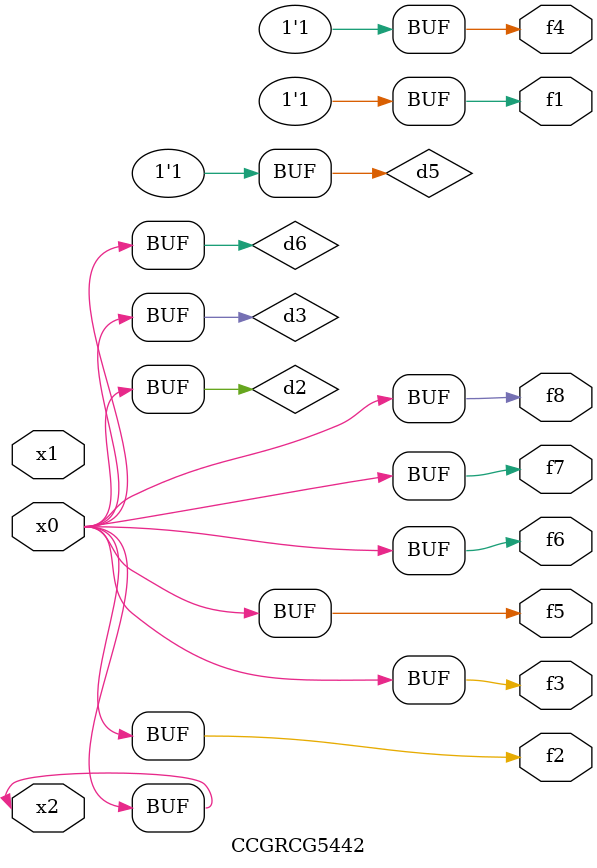
<source format=v>
module CCGRCG5442(
	input x0, x1, x2,
	output f1, f2, f3, f4, f5, f6, f7, f8
);

	wire d1, d2, d3, d4, d5, d6;

	xnor (d1, x2);
	buf (d2, x0, x2);
	and (d3, x0);
	xnor (d4, x1, x2);
	nand (d5, d1, d3);
	buf (d6, d2, d3);
	assign f1 = d5;
	assign f2 = d6;
	assign f3 = d6;
	assign f4 = d5;
	assign f5 = d6;
	assign f6 = d6;
	assign f7 = d6;
	assign f8 = d6;
endmodule

</source>
